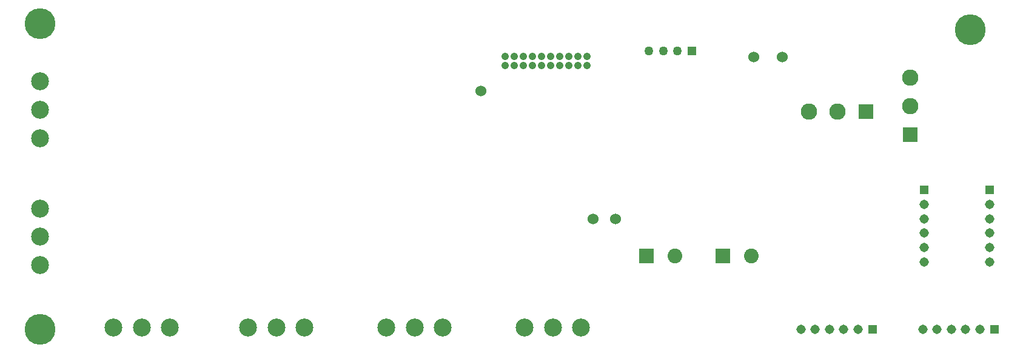
<source format=gbr>
%TF.GenerationSoftware,KiCad,Pcbnew,(6.0.2)*%
%TF.CreationDate,2022-03-05T21:41:32-07:00*%
%TF.ProjectId,L0005-Valve-Controller,4c303030-352d-4566-916c-76652d436f6e,1.0*%
%TF.SameCoordinates,Original*%
%TF.FileFunction,Soldermask,Bot*%
%TF.FilePolarity,Negative*%
%FSLAX46Y46*%
G04 Gerber Fmt 4.6, Leading zero omitted, Abs format (unit mm)*
G04 Created by KiCad (PCBNEW (6.0.2)) date 2022-03-05 21:41:32*
%MOMM*%
%LPD*%
G01*
G04 APERTURE LIST*
%ADD10C,4.300000*%
%ADD11C,1.066800*%
%ADD12R,1.258000X1.258000*%
%ADD13C,1.258000*%
%ADD14C,2.500000*%
%ADD15R,2.050000X2.050000*%
%ADD16C,2.050000*%
%ADD17C,2.286000*%
%ADD18R,1.308000X1.308000*%
%ADD19C,1.308000*%
%ADD20C,1.524000*%
G04 APERTURE END LIST*
D10*
%TO.C,H1*%
X62039500Y-122618500D03*
%TD*%
D11*
%TO.C,P1*%
X126939040Y-85816440D03*
X126939040Y-84546440D03*
X128209040Y-85816440D03*
X128209040Y-84546440D03*
X129479040Y-85816440D03*
X129479040Y-84546440D03*
X130749040Y-85816440D03*
X130749040Y-84546440D03*
X132019040Y-85816440D03*
X132019040Y-84546440D03*
X133289040Y-85816440D03*
X133289040Y-84546440D03*
X134559040Y-85816440D03*
X134559040Y-84546440D03*
X135829040Y-85816440D03*
X135829040Y-84546440D03*
X137099040Y-85816440D03*
X137099040Y-84546440D03*
X138369040Y-85816440D03*
X138369040Y-84546440D03*
%TD*%
D12*
%TO.C,P2*%
X153012400Y-83781600D03*
D13*
X151012400Y-83781600D03*
X149012400Y-83781600D03*
X147012400Y-83781600D03*
%TD*%
D14*
%TO.C,P3*%
X137564000Y-122428000D03*
X133604000Y-122428000D03*
X129644000Y-122428000D03*
%TD*%
%TO.C,P4*%
X118260000Y-122428000D03*
X114300000Y-122428000D03*
X110340000Y-122428000D03*
%TD*%
%TO.C,P5*%
X98956000Y-122428000D03*
X94996000Y-122428000D03*
X91036000Y-122428000D03*
%TD*%
%TO.C,P6*%
X80160000Y-122428000D03*
X76200000Y-122428000D03*
X72240000Y-122428000D03*
%TD*%
D15*
%TO.C,P9*%
X146659600Y-112420400D03*
D16*
X150619600Y-112420400D03*
%TD*%
D15*
%TO.C,P14*%
X177292000Y-92252800D03*
D17*
X173332000Y-92252800D03*
X169372000Y-92252800D03*
%TD*%
D15*
%TO.C,P15*%
X183540400Y-95453200D03*
D17*
X183540400Y-91493200D03*
X183540400Y-87533200D03*
%TD*%
D15*
%TO.C,P16*%
X157353000Y-112395000D03*
D16*
X161313000Y-112395000D03*
%TD*%
D10*
%TO.C,H3*%
X61976000Y-80010000D03*
%TD*%
D14*
%TO.C,P8*%
X61976000Y-95960000D03*
X61976000Y-92000000D03*
X61976000Y-88040000D03*
%TD*%
%TO.C,P7*%
X61976000Y-113688000D03*
X61976000Y-109728000D03*
X61976000Y-105768000D03*
%TD*%
D10*
%TO.C,H4*%
X191871600Y-80822800D03*
%TD*%
D18*
%TO.C,P13*%
X185420000Y-103204000D03*
D19*
X185420000Y-105204000D03*
X185420000Y-107204000D03*
X185420000Y-109204000D03*
X185420000Y-111204000D03*
X185420000Y-113204000D03*
%TD*%
D18*
%TO.C,P12*%
X194564000Y-103204000D03*
D19*
X194564000Y-105204000D03*
X194564000Y-107204000D03*
X194564000Y-109204000D03*
X194564000Y-111204000D03*
X194564000Y-113204000D03*
%TD*%
D18*
%TO.C,P10*%
X178228000Y-122682000D03*
D19*
X176228000Y-122682000D03*
X174228000Y-122682000D03*
X172228000Y-122682000D03*
X170228000Y-122682000D03*
X168228000Y-122682000D03*
%TD*%
D18*
%TO.C,P11*%
X195246000Y-122682000D03*
D19*
X193246000Y-122682000D03*
X191246000Y-122682000D03*
X189246000Y-122682000D03*
X187246000Y-122682000D03*
X185246000Y-122682000D03*
%TD*%
D20*
%TO.C,TP1*%
X123571000Y-89336880D03*
%TD*%
%TO.C,TP2*%
X165658800Y-84632800D03*
%TD*%
%TO.C,TP3*%
X161696400Y-84632800D03*
%TD*%
%TO.C,TP4*%
X139192000Y-107238800D03*
%TD*%
%TO.C,TP5*%
X142341600Y-107238800D03*
%TD*%
M02*

</source>
